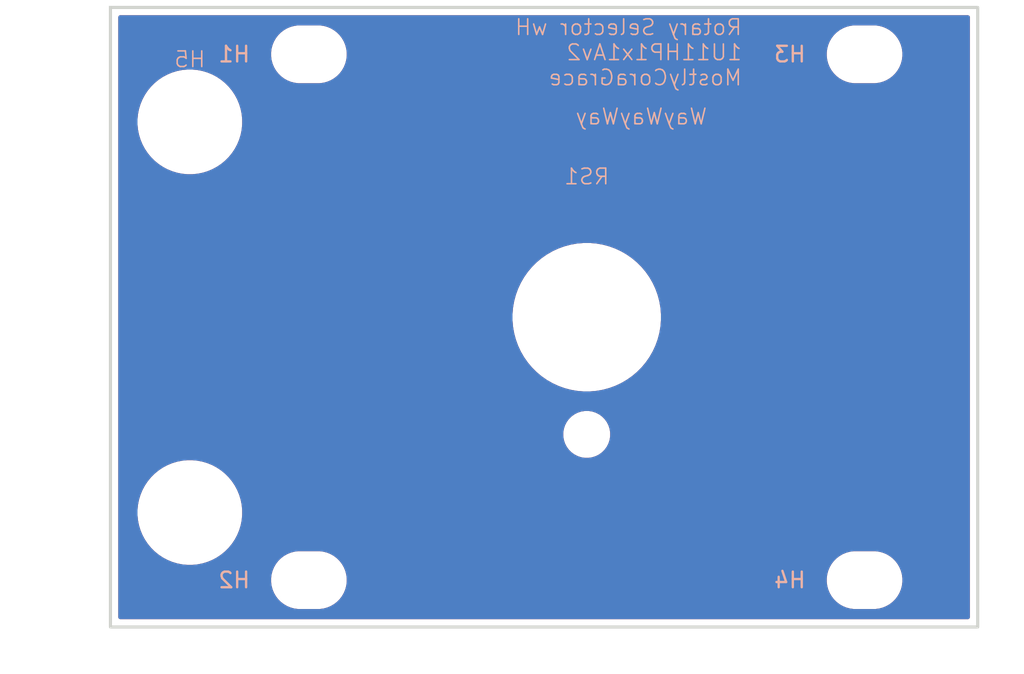
<source format=kicad_pcb>
(kicad_pcb (version 20241229) (generator "pcbnew") (generator_version "9.0")
  (layers (0 "F.Cu" signal) (2 "B.Cu" signal) (13 "F.Paste" user) (15 "B.Paste" user) (5 "F.SilkS" user "F.Silkscreen") (7 "B.SilkS" user "B.Silkscreen") (1 "F.Mask" user) (3 "B.Mask" user) (25 "Edge.Cuts" user))
  (net 0 "")
  (footprint "EXC:Handle_1UM3P25_B" (layer "F.Cu") (at 5.08 9.75)
    (property "Reference" "H5" (at 0 -4 0) (layer "B.SilkS") (effects (font (thickness 0.1)) (justify mirror)))
    (property "Value" "Handle_1UM3P25_PanelMount_B")
    (pad "" np_thru_hole circle (at 0 0) (size 6.2 6.2) (drill 6.2) (layers "*.Cu" "*.Mask"))
    (pad "" np_thru_hole circle (at 0 25) (size 6.2 6.2) (drill 6.2) (layers "*.Cu" "*.Mask"))
  )
  (footprint "EXC:MountingHole_3.2mm_M3" (layer "F.Cu") (at 12.7 5.425)
    (property "Reference" "H1" (at -3.683 0 0) (layer "B.SilkS") (effects (justify left mirror)))
    (property "Value" "Eurorack_M3_MountingHole")
    (pad "" np_thru_hole oval (at 0 0) (size 4.34 3.2) (drill oval 4.34 3.2) (layers "*.Cu" "*.Mask"))
  )
  (footprint "EXC:MountingHole_3.2mm_M3" (layer "F.Cu") (at 48.26 39.075)
    (property "Reference" "H4" (at -3.683 0 0) (layer "B.SilkS") (effects (justify left mirror)))
    (property "Value" "Eurorack_M3_MountingHole")
    (pad "" np_thru_hole oval (at 0 0) (size 4.34 3.2) (drill oval 4.34 3.2) (layers "*.Cu" "*.Mask"))
  )
  (footprint "EXC:MountingHole_3.2mm_M3" (layer "F.Cu") (at 48.26 5.425)
    (property "Reference" "H3" (at -3.683 0 0) (layer "B.SilkS") (effects (justify left mirror)))
    (property "Value" "Eurorack_M3_MountingHole")
    (pad "" np_thru_hole oval (at 0 0) (size 4.34 3.2) (drill oval 4.34 3.2) (layers "*.Cu" "*.Mask"))
  )
  (footprint "EXC:MountingHole_3.2mm_M3" (layer "F.Cu") (at 12.7 39.075)
    (property "Reference" "H2" (at -3.683 0 0) (layer "B.SilkS") (effects (justify left mirror)))
    (property "Value" "Eurorack_M3_MountingHole")
    (pad "" np_thru_hole oval (at 0 0) (size 4.34 3.2) (drill oval 4.34 3.2) (layers "*.Cu" "*.Mask"))
  )
  (footprint "EXC:Rotary_Selector_Panel_Mount_M9" (layer "F.Cu") (at 30.48 22.25)
    (property "Reference" "RS1" (at 0 -9 0) (layer "B.SilkS") (effects (font (thickness 0.1)) (justify mirror)))
    (property "Value" "8-way Rotary Selector")
    (pad "" np_thru_hole circle (at 0 0) (size 9 9) (drill 9) (layers "*.Cu" "*.Mask"))
    (pad "" np_thru_hole circle (at 0 7.5) (size 2.5 2.5) (drill 2.5) (layers "*.Cu" "*.Mask"))
  )
  (gr_rect (start 0 2.425) (end 55.5 42.075) (stroke (width 0.2)) (fill no) (layer "Edge.Cuts"))
  (gr_text "WayWayWay" (at 38.25 10 0) (layer "B.SilkS") (effects (font (size 1 1) (thickness 0.1)) (justify left bottom mirror)))
  (gr_text "Rotary Selector wH\n1U11HP1x1Av2\nMostlyCoraGrace" (at 40.48 7.5 0) (layer "B.SilkS") (effects (font (size 1 1) (thickness 0.1)) (justify left bottom mirror)))
  (zone (net 0) (net_name "") (layers "F.Cu" "B.Cu") (connect_pads (clearance 0.5)) (min_thickness 0.25) (fill yes (thermal_gap 0.5) (thermal_bridge_width 0.5) (island_removal_mode 1) (island_area_min 10))
    (polygon (pts (xy 0 2.425) (xy 55.5 2.425) (xy 55.5 42.075) (xy 0 42.075)))
  )
)
</source>
